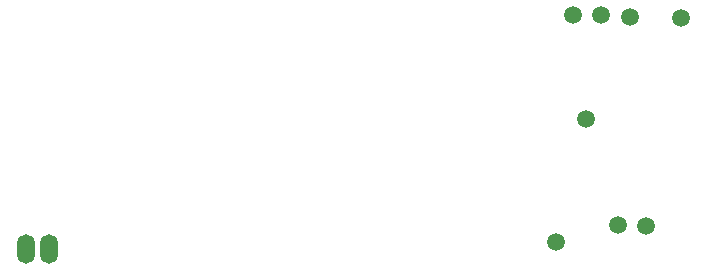
<source format=gbp>
G04*
G04 #@! TF.GenerationSoftware,Altium Limited,Altium Designer,20.1.12 (249)*
G04*
G04 Layer_Color=128*
%FSLAX25Y25*%
%MOIN*%
G70*
G04*
G04 #@! TF.SameCoordinates,C485F13E-52F4-4B27-BA2E-0FCDB629E99E*
G04*
G04*
G04 #@! TF.FilePolarity,Positive*
G04*
G01*
G75*
%ADD80C,0.05906*%
%ADD81O,0.05906X0.09843*%
D80*
X299400Y124400D02*
D03*
X267800Y90800D02*
D03*
X287800Y55000D02*
D03*
X278200Y55200D02*
D03*
X257600Y49800D02*
D03*
X272600Y125200D02*
D03*
X282200Y124800D02*
D03*
X263400Y125400D02*
D03*
D81*
X80926Y47400D02*
D03*
X88800D02*
D03*
M02*

</source>
